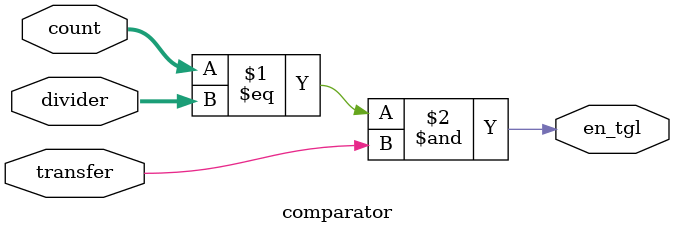
<source format=sv>
module comparator(

  input logic [15:0] count,
  input logic [15:0] divider,
  input logic        transfer,
  
  output logic en_tgl

);

  assign en_tgl = (count == divider) & transfer;

endmodule
</source>
